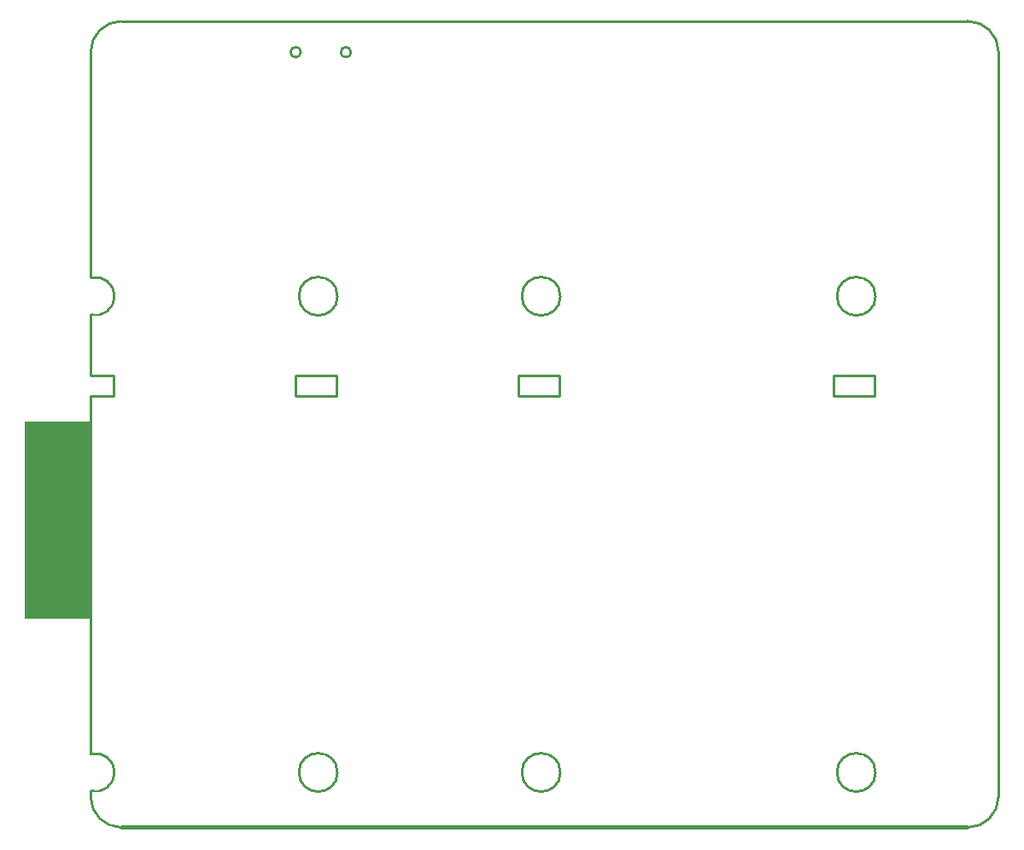
<source format=gko>
G04*
G04 #@! TF.GenerationSoftware,Altium Limited,Altium Designer,20.2.6 (244)*
G04*
G04 Layer_Color=16711935*
%FSLAX24Y24*%
%MOIN*%
G70*
G04*
G04 #@! TF.SameCoordinates,2017631A-D77C-4579-BA5B-B5A4186395AE*
G04*
G04*
G04 #@! TF.FilePolarity,Positive*
G04*
G01*
G75*
%ADD11C,0.0100*%
%ADD17C,0.0080*%
G36*
X31732Y26116D02*
Y33816D01*
X34381D01*
Y26116D01*
X31732D01*
D02*
G37*
D11*
X42520Y48230D02*
G03*
X42520Y48230I-200J0D01*
G01*
X44480D02*
G03*
X44480Y48230I-200J0D01*
G01*
X69750Y48250D02*
G03*
X68550Y49442I-1196J-4D01*
G01*
X35520D02*
G03*
X34320Y48242I0J-1200D01*
G01*
X68550Y17950D02*
G03*
X69750Y19150I0J1200D01*
G01*
X34320Y19142D02*
G03*
X35520Y17950I1196J4D01*
G01*
X34320Y19372D02*
G03*
X34319Y20828I180J728D01*
G01*
X34324Y37971D02*
G03*
X34325Y39429I176J729D01*
G01*
X64950Y20100D02*
G03*
X64950Y20100I-750J0D01*
G01*
X64950Y38700D02*
G03*
X64950Y38700I-750J0D01*
G01*
X43950Y38700D02*
G03*
X43950Y38700I-750J0D01*
G01*
Y20100D02*
G03*
X43950Y20100I-750J0D01*
G01*
X52650Y38700D02*
G03*
X52650Y38700I-750J0D01*
G01*
X52650Y20100D02*
G03*
X52650Y20100I-750J0D01*
G01*
X34320Y39434D02*
Y48242D01*
X35520Y49442D02*
X68550D01*
X69750Y19150D02*
Y48250D01*
X35520Y17950D02*
X68550D01*
X34320Y19142D02*
Y19372D01*
X34319Y35600D02*
Y37971D01*
Y35600D02*
X35200D01*
X34319Y34800D02*
X34319Y20828D01*
X63300Y34800D02*
Y35600D01*
X64900Y34800D02*
Y35600D01*
X63300D02*
X64900D01*
X63300Y34800D02*
X64900D01*
X51000D02*
X52600D01*
X51000Y35600D02*
X52600D01*
Y34800D02*
Y35600D01*
X51000Y34800D02*
Y35600D01*
X42300Y34800D02*
X43900D01*
X42300Y35600D02*
X43900D01*
Y34800D02*
Y35600D01*
X42300Y34800D02*
Y35600D01*
X35200Y34800D02*
Y35600D01*
X34319Y34800D02*
X35200D01*
D17*
X68550Y17900D02*
G03*
X68600Y17950I0J50D01*
G01*
D02*
G03*
X68550Y18000I-50J0D01*
G01*
X35520D02*
G03*
X35520Y17900I0J-50D01*
G01*
X68550D01*
X35520Y18000D02*
X68550D01*
M02*

</source>
